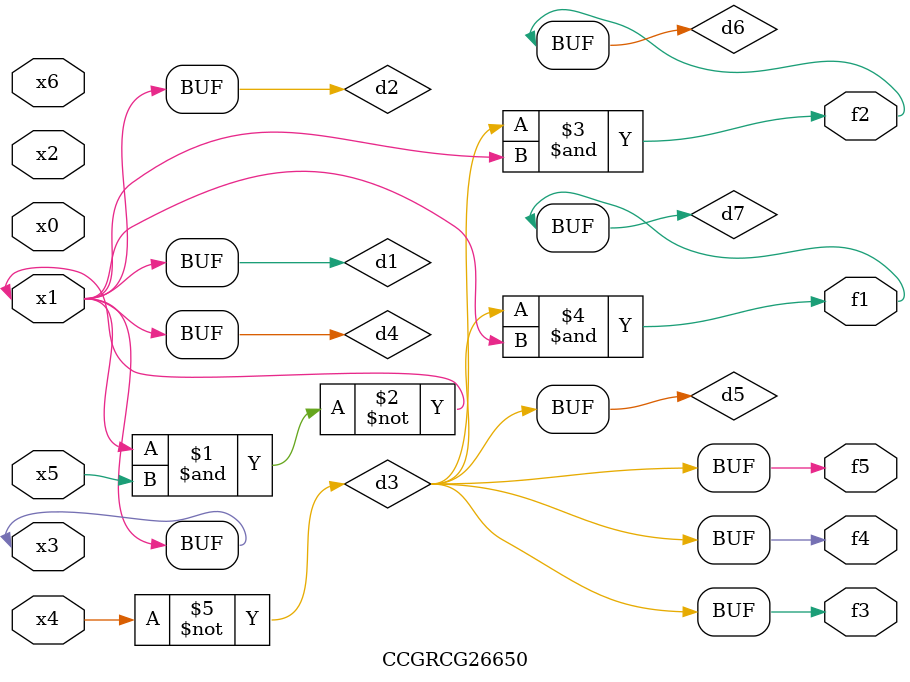
<source format=v>
module CCGRCG26650(
	input x0, x1, x2, x3, x4, x5, x6,
	output f1, f2, f3, f4, f5
);

	wire d1, d2, d3, d4, d5, d6, d7;

	buf (d1, x1, x3);
	nand (d2, x1, x5);
	not (d3, x4);
	buf (d4, d1, d2);
	buf (d5, d3);
	and (d6, d3, d4);
	and (d7, d3, d4);
	assign f1 = d7;
	assign f2 = d6;
	assign f3 = d5;
	assign f4 = d5;
	assign f5 = d5;
endmodule

</source>
